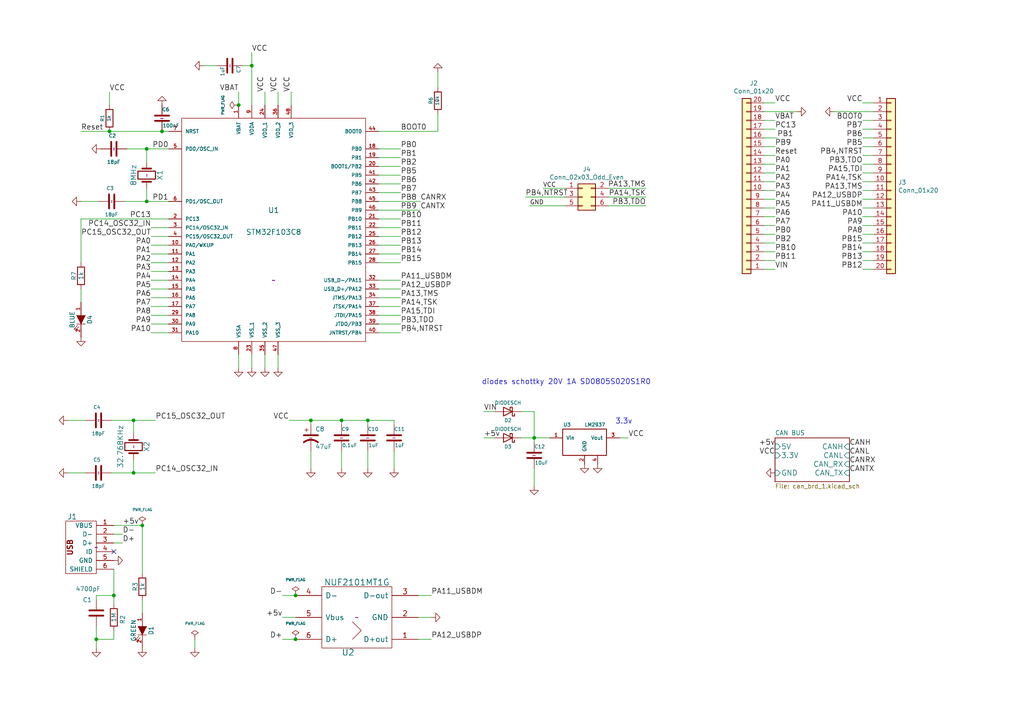
<source format=kicad_sch>
(kicad_sch (version 20230121) (generator eeschema)
  (paper "A4")
  (title_block (title "Maplemini fork") (date "8 jan 2015") (company "Art_Electro") (comment 1 "v1.2") (comment 2 "Art_Electro"))
  (lib_symbols
    (symbol "Connector_Generic:Conn_01x20" (pin_names (offset 1.016) hide)
      (property "Reference" "J" (at 0 25.4 0))
      (property "Value" "Conn_01x20" (at 0 -27.94 0))
      (symbol "Conn_01x20_1_1"
        (rectangle (start -1.27 -25.273) (end 0 -25.527) (stroke (width 0.1524)))
        (rectangle (start -1.27 -22.733) (end 0 -22.987) (stroke (width 0.1524)))
        (rectangle (start -1.27 -20.193) (end 0 -20.447) (stroke (width 0.1524)))
        (rectangle (start -1.27 -17.653) (end 0 -17.907) (stroke (width 0.1524)))
        (rectangle (start -1.27 -15.113) (end 0 -15.367) (stroke (width 0.1524)))
        (rectangle (start -1.27 -12.573) (end 0 -12.827) (stroke (width 0.1524)))
        (rectangle (start -1.27 -10.033) (end 0 -10.287) (stroke (width 0.1524)))
        (rectangle (start -1.27 -7.493) (end 0 -7.747) (stroke (width 0.1524)))
        (rectangle (start -1.27 -4.953) (end 0 -5.207) (stroke (width 0.1524)))
        (rectangle (start -1.27 -2.413) (end 0 -2.667) (stroke (width 0.1524)))
        (rectangle (start -1.27 0.127) (end 0 -0.127) (stroke (width 0.1524)))
        (rectangle (start -1.27 2.667) (end 0 2.413) (stroke (width 0.1524)))
        (rectangle (start -1.27 5.207) (end 0 4.953) (stroke (width 0.1524)))
        (rectangle (start -1.27 7.747) (end 0 7.493) (stroke (width 0.1524)))
        (rectangle (start -1.27 10.287) (end 0 10.033) (stroke (width 0.1524)))
        (rectangle (start -1.27 12.827) (end 0 12.573) (stroke (width 0.1524)))
        (rectangle (start -1.27 15.367) (end 0 15.113) (stroke (width 0.1524)))
        (rectangle (start -1.27 17.907) (end 0 17.653) (stroke (width 0.1524)))
        (rectangle (start -1.27 20.447) (end 0 20.193) (stroke (width 0.1524)))
        (rectangle (start -1.27 22.987) (end 0 22.733) (stroke (width 0.1524)))
        (rectangle (start -1.27 24.13) (end 1.27 -26.67) (stroke (width 0.254)) (fill (type background)))
        (pin passive line (at -5.08 22.86 0) (length 3.81) (name "Pin_1") (number "1"))
        (pin passive line (at -5.08 0 0) (length 3.81) (name "Pin_10") (number "10"))
        (pin passive line (at -5.08 -2.54 0) (length 3.81) (name "Pin_11") (number "11"))
        (pin passive line (at -5.08 -5.08 0) (length 3.81) (name "Pin_12") (number "12"))
        (pin passive line (at -5.08 -7.62 0) (length 3.81) (name "Pin_13") (number "13"))
        (pin passive line (at -5.08 -10.16 0) (length 3.81) (name "Pin_14") (number "14"))
        (pin passive line (at -5.08 -12.7 0) (length 3.81) (name "Pin_15") (number "15"))
        (pin passive line (at -5.08 -15.24 0) (length 3.81) (name "Pin_16") (number "16"))
        (pin passive line (at -5.08 -17.78 0) (length 3.81) (name "Pin_17") (number "17"))
        (pin passive line (at -5.08 -20.32 0) (length 3.81) (name "Pin_18") (number "18"))
        (pin passive line (at -5.08 -22.86 0) (length 3.81) (name "Pin_19") (number "19"))
        (pin passive line (at -5.08 20.32 0) (length 3.81) (name "Pin_2") (number "2"))
        (pin passive line (at -5.08 -25.4 0) (length 3.81) (name "Pin_20") (number "20"))
        (pin passive line (at -5.08 17.78 0) (length 3.81) (name "Pin_3") (number "3"))
        (pin passive line (at -5.08 15.24 0) (length 3.81) (name "Pin_4") (number "4"))
        (pin passive line (at -5.08 12.7 0) (length 3.81) (name "Pin_5") (number "5"))
        (pin passive line (at -5.08 10.16 0) (length 3.81) (name "Pin_6") (number "6"))
        (pin passive line (at -5.08 7.62 0) (length 3.81) (name "Pin_7") (number "7"))
        (pin passive line (at -5.08 5.08 0) (length 3.81) (name "Pin_8") (number "8"))
        (pin passive line (at -5.08 2.54 0) (length 3.81) (name "Pin_9") (number "9"))
      )
    )
    (symbol "Connector_Generic:Conn_02x03_Odd_Even" (pin_names (offset 1.016) hide)
      (property "Reference" "J" (at 1.27 5.08 0))
      (property "Value" "Conn_02x03_Odd_Even" (at 1.27 -5.08 0))
      (symbol "Conn_02x03_Odd_Even_1_1"
        (rectangle (start -1.27 -2.413) (end 0 -2.667) (stroke (width 0.1524)))
        (rectangle (start -1.27 0.127) (end 0 -0.127) (stroke (width 0.1524)))
        (rectangle (start -1.27 2.667) (end 0 2.413) (stroke (width 0.1524)))
        (rectangle (start -1.27 3.81) (end 3.81 -3.81) (stroke (width 0.254)) (fill (type background)))
        (rectangle (start 3.81 -2.413) (end 2.54 -2.667) (stroke (width 0.1524)))
        (rectangle (start 3.81 0.127) (end 2.54 -0.127) (stroke (width 0.1524)))
        (rectangle (start 3.81 2.667) (end 2.54 2.413) (stroke (width 0.1524)))
        (pin passive line (at -5.08 2.54 0) (length 3.81) (name "Pin_1") (number "1"))
        (pin passive line (at 7.62 2.54 180) (length 3.81) (name "Pin_2") (number "2"))
        (pin passive line (at -5.08 0 0) (length 3.81) (name "Pin_3") (number "3"))
        (pin passive line (at 7.62 0 180) (length 3.81) (name "Pin_4") (number "4"))
        (pin passive line (at -5.08 -2.54 0) (length 3.81) (name "Pin_5") (number "5"))
        (pin passive line (at 7.62 -2.54 180) (length 3.81) (name "Pin_6") (number "6"))
      )
    )
    (symbol "Device:C" (pin_numbers hide) (pin_names (offset 0.254))
      (property "Reference" "C" (at 0.635 2.54 0))
      (property "Value" "C" (at 0.635 -2.54 0))
      (symbol "C_0_1"
        (polyline (pts (xy -2.032 -0.762) (xy 2.032 -0.762)) (stroke (width 0.508)))
        (polyline (pts (xy -2.032 0.762) (xy 2.032 0.762)) (stroke (width 0.508)))
      )
      (symbol "C_1_1"
        (pin passive line (at 0 3.81 270) (length 2.794) (name "~") (number "1"))
        (pin passive line (at 0 -3.81 90) (length 2.794) (name "~") (number "2"))
      )
    )
    (symbol "Device:CP1" (pin_numbers hide) (pin_names (offset 0.254) hide)
      (property "Reference" "C" (at 0.635 2.54 0))
      (property "Value" "CP1" (at 0.635 -2.54 0))
      (symbol "CP1_0_1"
        (polyline (pts (xy -2.032 0.762) (xy 2.032 0.762)) (stroke (width 0.508)))
        (polyline (pts (xy -1.778 2.286) (xy -0.762 2.286)))
        (polyline (pts (xy -1.27 1.778) (xy -1.27 2.794)))
        (arc (start 2.032 -1.27) (mid 0 -0.5572) (end -2.032 -1.27) (stroke (width 0.508)))
      )
      (symbol "CP1_1_1"
        (pin passive line (at 0 3.81 270) (length 2.794) (name "~") (number "1"))
        (pin passive line (at 0 -3.81 90) (length 3.302) (name "~") (number "2"))
      )
    )
    (symbol "Device:Crystal" (pin_numbers hide) (pin_names (offset 1.016) hide)
      (property "Reference" "Y" (at 0 3.81 0))
      (property "Value" "Crystal" (at 0 -3.81 0))
      (symbol "Crystal_0_1"
        (rectangle (start -1.143 2.54) (end 1.143 -2.54) (stroke (width 0.3048)))
        (polyline (pts (xy -2.54 0) (xy -1.905 0)))
        (polyline (pts (xy -1.905 -1.27) (xy -1.905 1.27)) (stroke (width 0.508)))
        (polyline (pts (xy 1.905 -1.27) (xy 1.905 1.27)) (stroke (width 0.508)))
        (polyline (pts (xy 2.54 0) (xy 1.905 0)))
      )
      (symbol "Crystal_1_1"
        (pin passive line (at -3.81 0 0) (length 1.27) (name "1") (number "1"))
        (pin passive line (at 3.81 0 180) (length 1.27) (name "2") (number "2"))
      )
    )
    (symbol "Device:D_Schottky" (pin_numbers hide) (pin_names (offset 1.016) hide)
      (property "Reference" "D" (at 0 2.54 0))
      (property "Value" "D_Schottky" (at 0 -2.54 0))
      (symbol "D_Schottky_0_1"
        (polyline (pts (xy 1.27 0) (xy -1.27 0)))
        (polyline (pts (xy 1.27 1.27) (xy 1.27 -1.27) (xy -1.27 0) (xy 1.27 1.27)) (stroke (width 0.254)))
        (polyline (pts (xy -1.905 0.635) (xy -1.905 1.27) (xy -1.27 1.27) (xy -1.27 -1.27) (xy -0.635 -1.27) (xy -0.635 -0.635)) (stroke (width 0.254)))
      )
      (symbol "D_Schottky_1_1"
        (pin passive line (at -3.81 0 0) (length 2.54) (name "K") (number "1"))
        (pin passive line (at 3.81 0 180) (length 2.54) (name "A") (number "2"))
      )
    )
    (symbol "Device:R" (pin_numbers hide) (pin_names (offset 0))
      (property "Reference" "R" (at 2.032 0 90))
      (property "Value" "R" (at 0 0 90))
      (symbol "R_0_1"
        (rectangle (start -1.016 -2.54) (end 1.016 2.54) (stroke (width 0.254)))
      )
      (symbol "R_1_1"
        (pin passive line (at 0 3.81 270) (length 1.27) (name "~") (number "1"))
        (pin passive line (at 0 -3.81 90) (length 1.27) (name "~") (number "2"))
      )
    )
    (symbol "mini48-stm32-rescue:LED_0805-art-electro-conn" (pin_names (offset 1.016) hide)
      (property "Reference" "D" (at 0 2.54 0))
      (property "Value" "LED_0805-art-electro-conn" (at 0 -2.54 0))
      (symbol "LED_0805-art-electro-conn_0_1"
        (polyline (pts (xy 1.27 1.27) (xy 1.27 -1.27)))
        (polyline (pts (xy -1.27 1.27) (xy 1.27 0) (xy -1.27 -1.27)) (fill (type outline)))
        (polyline (pts (xy 1.651 -1.016) (xy 2.794 -2.032) (xy 2.667 -1.397)))
        (polyline (pts (xy 2.032 -0.635) (xy 3.175 -1.651) (xy 3.048 -1.016)))
      )
      (symbol "LED_0805-art-electro-conn_1_1"
        (pin passive line (at -5.08 0 0) (length 3.81) (name "A") (number "1"))
        (pin passive line (at 5.08 0 180) (length 3.81) (name "K") (number "2"))
      )
    )
    (symbol "mini48-stm32-rescue:LM2937-art-electro-power" (pin_names (offset 1.016))
      (property "Reference" "U" (at -5.08 5.08 0))
      (property "Value" "LM2937-art-electro-power" (at 0 5.08 0))
      (symbol "LM2937-art-electro-power_0_1"
        (rectangle (start -6.35 3.81) (end 6.35 -3.81) (stroke (width 0.254)))
      )
      (symbol "LM2937-art-electro-power_1_1"
        (pin passive line (at -10.16 1.27 0) (length 3.81) (name "Vin") (number "1"))
        (pin passive line (at 0 -6.35 90) (length 2.54) (name "GND") (number "2"))
        (pin power_out line (at 10.16 1.27 180) (length 3.81) (name "Vout") (number "3"))
        (pin passive line (at 3.81 -6.35 90) (length 2.54) (name "~") (number "4"))
      )
    )
    (symbol "mini48-stm32-rescue:MINI-USB-art-electro-conn" (pin_names (offset 1.016))
      (property "Reference" "J" (at -6.985 8.89 0))
      (symbol "MINI-USB-art-electro-conn_0_0"
        (text "USB" (at -7.62 0 900) (effects (font (size 1.524 1.524) bold)))
      )
      (symbol "MINI-USB-art-electro-conn_0_1"
        (rectangle (start -8.89 7.62) (end 0 -7.62))
      )
      (symbol "MINI-USB-art-electro-conn_1_1"
        (pin input line (at 5.08 6.35 180) (length 5.08) (name "VBUS") (number "1"))
        (pin input line (at 5.08 3.81 180) (length 5.08) (name "D-") (number "2"))
        (pin input line (at 5.08 1.27 180) (length 5.08) (name "D+") (number "3"))
        (pin input line (at 5.08 -1.27 180) (length 5.08) (name "ID") (number "4"))
        (pin input line (at 5.08 -3.81 180) (length 5.08) (name "GND") (number "5"))
        (pin input line (at 5.08 -6.35 180) (length 5.08) (name "SHIELD") (number "6"))
      )
    )
    (symbol "mini48-stm32-rescue:NUF2101MT1G-art-electro-ic" (pin_names (offset 1.016))
      (property "Reference" "U" (at 2.54 10.16 0))
      (property "Value" "NUF2101MT1G-art-electro-ic" (at 0 -10.16 0))
      (symbol "NUF2101MT1G-art-electro-ic_0_1"
        (rectangle (start -10.16 -8.89) (end 10.16 8.89))
        (polyline (pts (xy 1.27 6.35) (xy -1.27 3.81) (xy 1.27 1.27)))
      )
      (symbol "NUF2101MT1G-art-electro-ic_1_1"
        (pin output line (at -17.78 6.35 0) (length 7.62) (name "D+out") (number "1"))
        (pin power_in line (at -17.78 0 0) (length 7.62) (name "GND") (number "2"))
        (pin output line (at -17.78 -6.35 0) (length 7.62) (name "D-out") (number "3"))
        (pin input line (at 17.78 -6.35 180) (length 7.62) (name "D-") (number "4"))
        (pin power_in line (at 17.78 0 180) (length 7.62) (name "Vbus") (number "5"))
        (pin input line (at 17.78 6.35 180) (length 7.62) (name "D+") (number "6"))
      )
    )
    (symbol "mini48-stm32-rescue:STM32F103C8-art-electro-stm32" (pin_names (offset 1.016))
      (property "Reference" "U" (at 0 6.35 0))
      (property "Value" "STM32F103C8-art-electro-stm32" (at 0 0 0))
      (property "Footprint" "LQFP48" (at 0 -3.81 0))
      (symbol "STM32F103C8-art-electro-stm32_0_1"
        (rectangle (start -26.67 33.02) (end 26.67 -31.75))
      )
      (symbol "STM32F103C8-art-electro-stm32_1_1"
        (pin power_in line (at -10.16 36.83 270) (length 3.81) (name "VBAT") (number "1"))
        (pin bidirectional line (at -30.48 -3.81 0) (length 3.81) (name "PA0/WKUP") (number "10"))
        (pin bidirectional line (at -30.48 -6.35 0) (length 3.81) (name "PA1") (number "11"))
        (pin bidirectional line (at -30.48 -8.89 0) (length 3.81) (name "PA2") (number "12"))
        (pin bidirectional line (at -30.48 -11.43 0) (length 3.81) (name "PA3") (number "13"))
        (pin bidirectional line (at -30.48 -13.97 0) (length 3.81) (name "PA4") (number "14"))
        (pin bidirectional line (at -30.48 -16.51 0) (length 3.81) (name "PA5") (number "15"))
        (pin bidirectional line (at -30.48 -19.05 0) (length 3.81) (name "PA6") (number "16"))
        (pin bidirectional line (at -30.48 -21.59 0) (length 3.81) (name "PA7") (number "17"))
        (pin bidirectional line (at 30.48 24.13 180) (length 3.81) (name "PB0") (number "18"))
        (pin bidirectional line (at 30.48 21.59 180) (length 3.81) (name "PB1") (number "19"))
        (pin bidirectional line (at -30.48 3.81 0) (length 3.81) (name "PC13") (number "2"))
        (pin bidirectional line (at 30.48 19.05 180) (length 3.81) (name "BOOT1/PB2") (number "20"))
        (pin bidirectional line (at 30.48 3.81 180) (length 3.81) (name "PB10") (number "21"))
        (pin bidirectional line (at 30.48 1.27 180) (length 3.81) (name "PB11") (number "22"))
        (pin power_in line (at -6.35 -35.56 90) (length 3.81) (name "VSS_1") (number "23"))
        (pin power_in line (at -2.54 36.83 270) (length 3.81) (name "VDD_1") (number "24"))
        (pin bidirectional line (at 30.48 -1.27 180) (length 3.81) (name "PB12") (number "25"))
        (pin bidirectional line (at 30.48 -3.81 180) (length 3.81) (name "PB13") (number "26"))
        (pin bidirectional line (at 30.48 -6.35 180) (length 3.81) (name "PB14") (number "27"))
        (pin bidirectional line (at 30.48 -8.89 180) (length 3.81) (name "PB15") (number "28"))
        (pin bidirectional line (at -30.48 -24.13 0) (length 3.81) (name "PA8") (number "29"))
        (pin bidirectional line (at -30.48 1.27 0) (length 3.81) (name "PC14/OSC32_IN") (number "3"))
        (pin bidirectional line (at -30.48 -26.67 0) (length 3.81) (name "PA9") (number "30"))
        (pin bidirectional line (at -30.48 -29.21 0) (length 3.81) (name "PA10") (number "31"))
        (pin bidirectional line (at 30.48 -13.97 180) (length 3.81) (name "USB_D-/PA11") (number "32"))
        (pin bidirectional line (at 30.48 -16.51 180) (length 3.81) (name "USB_D+/PA12") (number "33"))
        (pin bidirectional line (at 30.48 -19.05 180) (length 3.81) (name "JTMS/PA13") (number "34"))
        (pin power_in line (at -2.54 -35.56 90) (length 3.81) (name "VSS_2") (number "35"))
        (pin power_in line (at 1.27 36.83 270) (length 3.81) (name "VDD_2") (number "36"))
        (pin bidirectional line (at 30.48 -21.59 180) (length 3.81) (name "JTSK/PA14") (number "37"))
        (pin bidirectional line (at 30.48 -24.13 180) (length 3.81) (name "JTDI/PA15") (number "38"))
        (pin bidirectional line (at 30.48 -26.67 180) (length 3.81) (name "JTDO/PB3") (number "39"))
        (pin bidirectional line (at -30.48 -1.27 0) (length 3.81) (name "PC15/OSC32_OUT") (number "4"))
        (pin bidirectional line (at 30.48 -29.21 180) (length 3.81) (name "JNTRST/PB4") (number "40"))
        (pin bidirectional line (at 30.48 16.51 180) (length 3.81) (name "PB5") (number "41"))
        (pin bidirectional line (at 30.48 13.97 180) (length 3.81) (name "PB6") (number "42"))
        (pin bidirectional line (at 30.48 11.43 180) (length 3.81) (name "PB7") (number "43"))
        (pin bidirectional line (at 30.48 29.21 180) (length 3.81) (name "BOOT0") (number "44"))
        (pin bidirectional line (at 30.48 8.89 180) (length 3.81) (name "PB8") (number "45"))
        (pin bidirectional line (at 30.48 6.35 180) (length 3.81) (name "PB9") (number "46"))
        (pin power_in line (at 1.27 -35.56 90) (length 3.81) (name "VSS_3") (number "47"))
        (pin power_in line (at 5.08 36.83 270) (length 3.81) (name "VDD_3") (number "48"))
        (pin bidirectional line (at -30.48 24.13 0) (length 3.81) (name "PD0/OSC_IN") (number "5"))
        (pin bidirectional line (at -30.48 8.89 0) (length 3.81) (name "PD1/OSC_OUT") (number "6"))
        (pin input line (at -30.48 29.21 0) (length 3.81) (name "NRST") (number "7"))
        (pin power_in line (at -10.16 -35.56 90) (length 3.81) (name "VSSA") (number "8"))
        (pin power_in line (at -6.35 36.83 270) (length 3.81) (name "VDDA") (number "9"))
      )
    )
    (symbol "power:GND" (power) (pin_names (offset 0))
      (property "Value" "GND" (at 0 -3.81 0))
      (symbol "GND_0_1"
        (polyline (pts (xy 0 0) (xy 0 -1.27) (xy 1.27 -1.27) (xy 0 -2.54) (xy -1.27 -1.27) (xy 0 -1.27)))
      )
      (symbol "GND_1_1"
        (pin power_in line (at 0 0 270) (length 0) hide (name "GND") (number "1"))
      )
    )
    (symbol "power:PWR_FLAG" (power) (pin_numbers hide) (pin_names (offset 0) hide)
      (property "Value" "PWR_FLAG" (at 0 3.81 0))
      (symbol "PWR_FLAG_0_0"
        (pin power_out line (at 0 0 90) (length 0) (name "pwr") (number "1"))
      )
      (symbol "PWR_FLAG_0_1"
        (polyline (pts (xy 0 0) (xy 0 1.27) (xy -1.016 1.905) (xy 0 2.54) (xy 1.016 1.905) (xy 0 1.27)))
      )
    )
  )
  (junction (at 99.06 121.92))
  (junction (at 38.735 137.16))
  (junction (at 27.94 185.42))
  (junction (at 46.99 38.1))
  (junction (at 31.75 38.1))
  (junction (at 42.545 43.18))
  (junction (at 38.735 121.92))
  (junction (at 33.02 172.72))
  (junction (at 85.725 172.72))
  (junction (at 69.215 30.48))
  (junction (at 154.94 127))
  (junction (at 41.275 152.4))
  (junction (at 90.17 121.92))
  (junction (at 85.725 185.42))
  (junction (at 73.025 19.05))
  (junction (at 106.68 121.92))
  (junction (at 42.545 58.42))
  (no_connect (at 33.02 160.02))
  (wire (pts (xy 27.94 181.61) (xy 27.94 185.42)))
  (wire (pts (xy 221.615 42.545) (xy 224.79 42.545)))
  (wire (pts (xy 253.365 75.565) (xy 250.19 75.565)))
  (wire (pts (xy 114.3 130.81) (xy 114.3 135.89)))
  (wire (pts (xy 27.94 185.42) (xy 27.94 187.96)))
  (wire (pts (xy 121.285 179.07) (xy 125.095 179.07)))
  (wire (pts (xy 253.365 52.705) (xy 250.19 52.705)))
  (wire (pts (xy 48.895 86.36) (xy 43.815 86.36)))
  (wire (pts (xy 69.215 30.48) (xy 69.215 26.67)))
  (wire (pts (xy 253.365 42.545) (xy 250.19 42.545)))
  (wire (pts (xy 32.385 137.16) (xy 38.735 137.16)))
  (wire (pts (xy 109.855 93.98) (xy 116.205 93.98)))
  (wire (pts (xy 151.13 119.38) (xy 154.94 119.38)))
  (wire (pts (xy 253.365 65.405) (xy 250.19 65.405)))
  (wire (pts (xy 109.855 83.82) (xy 116.205 83.82)))
  (wire (pts (xy 48.895 88.9) (xy 43.815 88.9)))
  (wire (pts (xy 253.365 57.785) (xy 250.19 57.785)))
  (wire (pts (xy 253.365 40.005) (xy 250.19 40.005)))
  (wire (pts (xy 46.99 38.1) (xy 48.895 38.1)))
  (wire (pts (xy 114.3 123.19) (xy 114.3 121.92)))
  (wire (pts (xy 109.855 71.12) (xy 116.205 71.12)))
  (wire (pts (xy 76.835 102.87) (xy 76.835 106.68)))
  (wire (pts (xy 106.68 123.19) (xy 106.68 121.92)))
  (wire (pts (xy 224.79 67.945) (xy 221.615 67.945)))
  (wire (pts (xy 253.365 67.945) (xy 250.19 67.945)))
  (wire (pts (xy 48.895 68.58) (xy 43.815 68.58)))
  (wire (pts (xy 33.02 172.72) (xy 33.02 165.1)))
  (wire (pts (xy 154.94 128.27) (xy 154.94 127)))
  (wire (pts (xy 221.615 32.385) (xy 231.14 32.385)))
  (wire (pts (xy 225.425 40.005) (xy 221.615 40.005)))
  (wire (pts (xy 48.895 83.82) (xy 43.815 83.82)))
  (wire (pts (xy 38.735 133.35) (xy 38.735 137.16)))
  (wire (pts (xy 31.75 26.67) (xy 31.75 30.48)))
  (wire (pts (xy 42.545 46.99) (xy 42.545 43.18)))
  (wire (pts (xy 253.365 55.245) (xy 250.19 55.245)))
  (wire (pts (xy 109.855 86.36) (xy 116.205 86.36)))
  (wire (pts (xy 85.725 179.07) (xy 81.915 179.07)))
  (wire (pts (xy 224.79 55.245) (xy 221.615 55.245)))
  (wire (pts (xy 83.82 121.92) (xy 90.17 121.92)))
  (wire (pts (xy 99.06 123.19) (xy 99.06 121.92)))
  (wire (pts (xy 85.725 185.42) (xy 81.915 185.42)))
  (wire (pts (xy 31.75 38.1) (xy 46.99 38.1)))
  (wire (pts (xy 224.79 47.625) (xy 221.615 47.625)))
  (wire (pts (xy 56.515 185.42) (xy 56.515 187.96)))
  (wire (pts (xy 33.02 152.4) (xy 41.275 152.4)))
  (wire (pts (xy 48.895 71.12) (xy 43.815 71.12)))
  (wire (pts (xy 109.855 81.28) (xy 116.205 81.28)))
  (wire (pts (xy 253.365 29.845) (xy 250.19 29.845)))
  (wire (pts (xy 69.215 102.87) (xy 69.215 106.68)))
  (wire (pts (xy 253.365 78.105) (xy 250.19 78.105)))
  (wire (pts (xy 48.895 73.66) (xy 43.815 73.66)))
  (wire (pts (xy 109.855 73.66) (xy 116.205 73.66)))
  (wire (pts (xy 179.705 127) (xy 182.245 127)))
  (wire (pts (xy 99.06 121.92) (xy 106.68 121.92)))
  (wire (pts (xy 109.855 38.1) (xy 127 38.1)))
  (wire (pts (xy 154.94 127) (xy 159.385 127)))
  (wire (pts (xy 109.855 96.52) (xy 116.205 96.52)))
  (wire (pts (xy 224.79 52.705) (xy 221.615 52.705)))
  (wire (pts (xy 48.895 43.18) (xy 42.545 43.18)))
  (wire (pts (xy 154.94 119.38) (xy 154.94 127)))
  (wire (pts (xy 99.06 130.81) (xy 99.06 135.89)))
  (wire (pts (xy 33.02 182.88) (xy 33.02 185.42)))
  (wire (pts (xy 127 20.955) (xy 127 25.4)))
  (wire (pts (xy 253.365 32.385) (xy 241.935 32.385)))
  (wire (pts (xy 38.735 137.16) (xy 45.085 137.16)))
  (wire (pts (xy 253.365 60.325) (xy 250.19 60.325)))
  (wire (pts (xy 151.13 127) (xy 154.94 127)))
  (wire (pts (xy 27.94 172.72) (xy 33.02 172.72)))
  (wire (pts (xy 253.365 34.925) (xy 250.19 34.925)))
  (wire (pts (xy 109.855 66.04) (xy 116.205 66.04)))
  (wire (pts (xy 59.055 19.05) (xy 62.865 19.05)))
  (wire (pts (xy 80.645 102.87) (xy 80.645 106.68)))
  (wire (pts (xy 224.79 73.025) (xy 221.615 73.025)))
  (wire (pts (xy 90.17 121.92) (xy 99.06 121.92)))
  (wire (pts (xy 73.025 19.05) (xy 73.025 30.48)))
  (wire (pts (xy 106.68 121.92) (xy 114.3 121.92)))
  (wire (pts (xy 224.79 70.485) (xy 221.615 70.485)))
  (wire (pts (xy 80.645 30.48) (xy 80.645 26.67)))
  (wire (pts (xy 70.485 19.05) (xy 73.025 19.05)))
  (wire (pts (xy 163.83 54.61) (xy 157.48 54.61)))
  (wire (pts (xy 73.025 15.24) (xy 73.025 19.05)))
  (wire (pts (xy 90.17 130.81) (xy 90.17 135.89)))
  (wire (pts (xy 48.895 96.52) (xy 43.815 96.52)))
  (wire (pts (xy 36.195 58.42) (xy 42.545 58.42)))
  (wire (pts (xy 41.275 173.99) (xy 41.275 177.8)))
  (wire (pts (xy 23.495 63.5) (xy 23.495 76.2)))
  (wire (pts (xy 109.855 68.58) (xy 116.205 68.58)))
  (wire (pts (xy 23.495 83.82) (xy 23.495 87.63)))
  (wire (pts (xy 109.855 76.2) (xy 116.205 76.2)))
  (wire (pts (xy 224.79 75.565) (xy 221.615 75.565)))
  (wire (pts (xy 33.02 157.48) (xy 35.56 157.48)))
  (wire (pts (xy 253.365 37.465) (xy 250.19 37.465)))
  (wire (pts (xy 81.915 172.72) (xy 85.725 172.72)))
  (wire (pts (xy 224.79 37.465) (xy 221.615 37.465)))
  (wire (pts (xy 109.855 63.5) (xy 116.205 63.5)))
  (wire (pts (xy 253.365 73.025) (xy 250.19 73.025)))
  (wire (pts (xy 224.79 50.165) (xy 221.615 50.165)))
  (wire (pts (xy 109.855 50.8) (xy 116.205 50.8)))
  (wire (pts (xy 253.365 62.865) (xy 250.19 62.865)))
  (wire (pts (xy 109.855 43.18) (xy 116.205 43.18)))
  (wire (pts (xy 42.545 58.42) (xy 48.895 58.42)))
  (wire (pts (xy 48.895 81.28) (xy 43.815 81.28)))
  (wire (pts (xy 38.735 121.92) (xy 45.085 121.92)))
  (wire (pts (xy 224.79 60.325) (xy 221.615 60.325)))
  (wire (pts (xy 106.68 130.81) (xy 106.68 135.89)))
  (wire (pts (xy 32.385 121.92) (xy 38.735 121.92)))
  (wire (pts (xy 84.455 30.48) (xy 84.455 26.67)))
  (wire (pts (xy 42.545 54.61) (xy 42.545 58.42)))
  (wire (pts (xy 109.855 45.72) (xy 116.205 45.72)))
  (wire (pts (xy 176.53 59.69) (xy 187.325 59.69)))
  (wire (pts (xy 109.855 53.34) (xy 116.205 53.34)))
  (wire (pts (xy 48.895 76.2) (xy 43.815 76.2)))
  (wire (pts (xy 42.545 43.18) (xy 36.83 43.18)))
  (wire (pts (xy 152.4 57.15) (xy 163.83 57.15)))
  (wire (pts (xy 127 33.02) (xy 127 38.1)))
  (wire (pts (xy 48.895 78.74) (xy 43.815 78.74)))
  (wire (pts (xy 154.94 135.89) (xy 154.94 140.97)))
  (wire (pts (xy 48.895 91.44) (xy 43.815 91.44)))
  (wire (pts (xy 76.835 30.48) (xy 76.835 26.67)))
  (wire (pts (xy 224.79 65.405) (xy 221.615 65.405)))
  (wire (pts (xy 140.335 119.38) (xy 143.51 119.38)))
  (wire (pts (xy 176.53 54.61) (xy 187.325 54.61)))
  (wire (pts (xy 48.895 63.5) (xy 23.495 63.5)))
  (wire (pts (xy 253.365 70.485) (xy 250.19 70.485)))
  (wire (pts (xy 23.495 58.42) (xy 28.575 58.42)))
  (wire (pts (xy 33.02 172.72) (xy 33.02 175.26)))
  (wire (pts (xy 224.79 45.085) (xy 221.615 45.085)))
  (wire (pts (xy 224.79 78.105) (xy 221.615 78.105)))
  (wire (pts (xy 90.17 123.19) (xy 90.17 121.92)))
  (wire (pts (xy 176.53 57.15) (xy 187.325 57.15)))
  (wire (pts (xy 109.855 88.9) (xy 116.205 88.9)))
  (wire (pts (xy 253.365 50.165) (xy 250.19 50.165)))
  (wire (pts (xy 109.855 91.44) (xy 116.205 91.44)))
  (wire (pts (xy 153.67 59.69) (xy 163.83 59.69)))
  (wire (pts (xy 73.025 102.87) (xy 73.025 106.68)))
  (wire (pts (xy 33.02 154.94) (xy 35.56 154.94)))
  (wire (pts (xy 140.335 127) (xy 143.51 127)))
  (wire (pts (xy 224.79 29.845) (xy 221.615 29.845)))
  (wire (pts (xy 38.735 125.73) (xy 38.735 121.92)))
  (wire (pts (xy 109.855 48.26) (xy 116.205 48.26)))
  (wire (pts (xy 121.285 185.42) (xy 125.095 185.42)))
  (wire (pts (xy 121.285 172.72) (xy 125.095 172.72)))
  (wire (pts (xy 121.92 58.42) (xy 109.855 58.42)))
  (wire (pts (xy 23.495 38.1) (xy 31.75 38.1)))
  (wire (pts (xy 48.895 66.04) (xy 43.815 66.04)))
  (wire (pts (xy 253.365 45.085) (xy 250.19 45.085)))
  (wire (pts (xy 48.895 93.98) (xy 43.815 93.98)))
  (wire (pts (xy 109.855 60.96) (xy 121.92 60.96)))
  (wire (pts (xy 109.855 55.88) (xy 116.205 55.88)))
  (wire (pts (xy 33.02 185.42) (xy 27.94 185.42)))
  (wire (pts (xy 19.685 137.16) (xy 24.765 137.16)))
  (wire (pts (xy 27.94 172.72) (xy 27.94 173.99)))
  (wire (pts (xy 224.79 62.865) (xy 221.615 62.865)))
  (wire (pts (xy 41.275 152.4) (xy 41.275 166.37)))
  (wire (pts (xy 221.615 34.925) (xy 224.79 34.925)))
  (wire (pts (xy 253.365 47.625) (xy 250.19 47.625)))
  (wire (pts (xy 19.685 121.92) (xy 24.765 121.92)))
  (wire (pts (xy 224.79 57.785) (xy 221.615 57.785)))
  (text "3.3v" (at 178.435 123.19 0) (effects (font (size 1.524 1.524)) (justify left bottom)))
  (text "diodes schottky 20V 1A SD0805S020S1R0" (at 139.7 111.76 0) (effects (font (size 1.524 1.524)) (justify left bottom)))
  (label "CANRX" (at 246.38 134.62 0) (effects (font (size 1.524 1.524))))
  (label "PA8" (at 43.815 91.44 180) (effects (font (size 1.524 1.524))))
  (label "PB13" (at 250.19 75.565 180) (effects (font (size 1.524 1.524))))
  (label "PB10" (at 116.205 63.5 0) (effects (font (size 1.524 1.524))))
  (label "PA9" (at 250.19 65.405 180) (effects (font (size 1.524 1.524))))
  (label "PA4" (at 224.79 57.785 0) (effects (font (size 1.524 1.524))))
  (label "VBAT" (at 69.215 26.67 180) (effects (font (size 1.524 1.524))))
  (label "PA2" (at 224.79 52.705 0) (effects (font (size 1.524 1.524))))
  (label "VCC" (at 76.835 26.67 90) (effects (font (size 1.524 1.524))))
  (label "PA7" (at 224.79 65.405 0) (effects (font (size 1.524 1.524))))
  (label "PB4,NTRST" (at 116.205 96.52 0) (effects (font (size 1.524 1.524))))
  (label "VCC" (at 83.82 121.92 180) (effects (font (size 1.524 1.524))))
  (label "PA13,TMS" (at 116.205 86.36 0) (effects (font (size 1.524 1.524))))
  (label "PA12_USBDP" (at 116.205 83.82 0) (effects (font (size 1.524 1.524))))
  (label "PA1" (at 224.79 50.165 0) (effects (font (size 1.524 1.524))))
  (label "VCC" (at 157.48 54.61 0))
  (label "PB15" (at 250.19 70.485 180) (effects (font (size 1.524 1.524))))
  (label "PB14" (at 116.205 73.66 0) (effects (font (size 1.524 1.524))))
  (label "PC15_OSC32_OUT" (at 43.815 68.58 180) (effects (font (size 1.524 1.524))))
  (label "CANH" (at 246.38 129.54 0) (effects (font (size 1.524 1.524))))
  (label "PB1" (at 225.425 40.005 0) (effects (font (size 1.524 1.524))))
  (label "PA14,TSK" (at 250.19 52.705 180) (effects (font (size 1.524 1.524))))
  (label "PA4" (at 43.815 81.28 180) (effects (font (size 1.524 1.524))))
  (label "PA11_USBDM" (at 125.095 172.72 0) (effects (font (size 1.524 1.524))))
  (label "Reset" (at 23.495 38.1 0) (effects (font (size 1.524 1.524))))
  (label "PA9" (at 43.815 93.98 180) (effects (font (size 1.524 1.524))))
  (label "PA11_USBDM" (at 116.205 81.28 0) (effects (font (size 1.524 1.524))))
  (label "PB9" (at 116.205 60.96 0) (effects (font (size 1.524 1.524))))
  (label "PB14" (at 250.19 73.025 180) (effects (font (size 1.524 1.524))))
  (label "PB1" (at 116.205 45.72 0) (effects (font (size 1.524 1.524))))
  (label "PA5" (at 43.815 83.82 180) (effects (font (size 1.524 1.524))))
  (label "VIN" (at 224.79 78.105 0) (effects (font (size 1.524 1.524))))
  (label "PA2" (at 43.815 76.2 180) (effects (font (size 1.524 1.524))))
  (label "VCC" (at 31.75 26.67 0) (effects (font (size 1.524 1.524))))
  (label "PA15,TDI" (at 116.205 91.44 0) (effects (font (size 1.524 1.524))))
  (label "PB11" (at 224.79 75.565 0) (effects (font (size 1.524 1.524))))
  (label "BOOT0" (at 116.205 38.1 0) (effects (font (size 1.524 1.524))))
  (label "PB10" (at 224.79 73.025 0) (effects (font (size 1.524 1.524))))
  (label "+5v" (at 140.335 127 0) (effects (font (size 1.524 1.524))))
  (label "VCC" (at 80.645 26.67 90) (effects (font (size 1.524 1.524))))
  (label "CANL" (at 246.38 132.08 0) (effects (font (size 1.524 1.524))))
  (label "VCC" (at 73.025 15.24 0) (effects (font (size 1.524 1.524))))
  (label "VCC" (at 182.245 127 0) (effects (font (size 1.524 1.524))))
  (label "PB6" (at 250.19 40.005 180) (effects (font (size 1.524 1.524))))
  (label "PA14,TSK" (at 187.325 57.15 180) (effects (font (size 1.524 1.524))))
  (label "PB5" (at 250.19 42.545 180) (effects (font (size 1.524 1.524))))
  (label "PB3,TDO" (at 116.205 93.98 0) (effects (font (size 1.524 1.524))))
  (label "PA7" (at 43.815 88.9 180) (effects (font (size 1.524 1.524))))
  (label "VBAT" (at 224.79 34.925 0) (effects (font (size 1.524 1.524))))
  (label "PB7" (at 250.19 37.465 180) (effects (font (size 1.524 1.524))))
  (label "PB2" (at 224.79 70.485 0) (effects (font (size 1.524 1.524))))
  (label "PA8" (at 250.19 67.945 180) (effects (font (size 1.524 1.524))))
  (label "PA0" (at 224.79 47.625 0) (effects (font (size 1.524 1.524))))
  (label "D-" (at 35.56 154.94 0) (effects (font (size 1.524 1.524))))
  (label "PA12_USBDP" (at 250.19 57.785 180) (effects (font (size 1.524 1.524))))
  (label "PB7" (at 116.205 55.88 0) (effects (font (size 1.524 1.524))))
  (label "CANRX" (at 121.92 58.42 0) (effects (font (size 1.524 1.524))))
  (label "PB0" (at 224.79 67.945 0) (effects (font (size 1.524 1.524))))
  (label "PB4,NTRST" (at 152.4 57.15 0) (effects (font (size 1.524 1.524))))
  (label "PC14_OSC32_IN" (at 45.085 137.16 0) (effects (font (size 1.524 1.524))))
  (label "CANTX" (at 121.92 60.96 0) (effects (font (size 1.524 1.524))))
  (label "PA15,TDI" (at 250.19 50.165 180) (effects (font (size 1.524 1.524))))
  (label "PA12_USBDP" (at 125.095 185.42 0) (effects (font (size 1.524 1.524))))
  (label "PB4,NTRST" (at 250.19 45.085 180) (effects (font (size 1.524 1.524))))
  (label "PA13,TMS" (at 250.19 55.245 180) (effects (font (size 1.524 1.524))))
  (label "PD1" (at 48.895 58.42 180) (effects (font (size 1.524 1.524))))
  (label "PD0" (at 48.895 43.18 180) (effects (font (size 1.524 1.524))))
  (label "+5v" (at 224.79 129.54 180) (effects (font (size 1.524 1.524))))
  (label "PB12" (at 116.205 68.58 0) (effects (font (size 1.524 1.524))))
  (label "PA10" (at 43.815 96.52 180) (effects (font (size 1.524 1.524))))
  (label "VCC" (at 250.19 29.845 180) (effects (font (size 1.524 1.524))))
  (label "VCC" (at 224.79 132.08 180) (effects (font (size 1.524 1.524))))
  (label "PB3,TDO" (at 187.325 59.69 180) (effects (font (size 1.524 1.524))))
  (label "CANTX" (at 246.38 137.16 0) (effects (font (size 1.524 1.524))))
  (label "Reset" (at 224.79 45.085 0) (effects (font (size 1.524 1.524))))
  (label "PA6" (at 224.79 62.865 0) (effects (font (size 1.524 1.524))))
  (label "GND" (at 153.67 59.69 0))
  (label "PA10" (at 250.19 62.865 180) (effects (font (size 1.524 1.524))))
  (label "PB8" (at 116.205 58.42 0) (effects (font (size 1.524 1.524))))
  (label "PB15" (at 116.205 76.2 0) (effects (font (size 1.524 1.524))))
  (label "PA3" (at 43.815 78.74 180) (effects (font (size 1.524 1.524))))
  (label "PA13,TMS" (at 187.325 54.61 180) (effects (font (size 1.524 1.524))))
  (label "PA0" (at 43.815 71.12 180) (effects (font (size 1.524 1.524))))
  (label "+5v" (at 81.915 179.07 180) (effects (font (size 1.524 1.524))))
  (label "PA1" (at 43.815 73.66 180) (effects (font (size 1.524 1.524))))
  (label "VIN" (at 140.335 119.38 0) (effects (font (size 1.524 1.524))))
  (label "VCC" (at 224.79 29.845 0) (effects (font (size 1.524 1.524))))
  (label "VCC" (at 84.455 26.67 90) (effects (font (size 1.524 1.524))))
  (label "PB5" (at 116.205 50.8 0) (effects (font (size 1.524 1.524))))
  (label "PB12" (at 250.19 78.105 180) (effects (font (size 1.524 1.524))))
  (label "D+" (at 35.56 157.48 0) (effects (font (size 1.524 1.524))))
  (label "PA14,TSK" (at 116.205 88.9 0) (effects (font (size 1.524 1.524))))
  (label "PC13" (at 224.79 37.465 0) (effects (font (size 1.524 1.524))))
  (label "PC14_OSC32_IN" (at 43.815 66.04 180) (effects (font (size 1.524 1.524))))
  (label "PA6" (at 43.815 86.36 180) (effects (font (size 1.524 1.524))))
  (label "PB11" (at 116.205 66.04 0) (effects (font (size 1.524 1.524))))
  (label "PA5" (at 224.79 60.325 0) (effects (font (size 1.524 1.524))))
  (label "PB6" (at 116.205 53.34 0) (effects (font (size 1.524 1.524))))
  (label "PB3,TDO" (at 250.19 47.625 180) (effects (font (size 1.524 1.524))))
  (label "D-" (at 81.915 172.72 180) (effects (font (size 1.524 1.524))))
  (label "PB0" (at 116.205 43.18 0) (effects (font (size 1.524 1.524))))
  (label "D+" (at 81.915 185.42 180) (effects (font (size 1.524 1.524))))
  (label "PB13" (at 116.205 71.12 0) (effects (font (size 1.524 1.524))))
  (label "PA3" (at 224.79 55.245 0) (effects (font (size 1.524 1.524))))
  (label "PB9" (at 224.79 42.545 0) (effects (font (size 1.524 1.524))))
  (label "PB2" (at 116.205 48.26 0) (effects (font (size 1.524 1.524))))
  (label "+5v" (at 35.56 152.4 0) (effects (font (size 1.524 1.524))))
  (label "PA11_USBDM" (at 250.19 60.325 180) (effects (font (size 1.524 1.524))))
  (label "PC15_OSC32_OUT" (at 45.085 121.92 0) (effects (font (size 1.524 1.524))))
  (label "PC13" (at 43.815 63.5 180) (effects (font (size 1.524 1.524))))
  (label "BOOT0" (at 250.19 34.925 180) (effects (font (size 1.524 1.524))))
  (symbol (lib_id "power:GND") (at 69.215 106.68 0) (unit 1)
    (property "Reference" "#PWR01" (effects hide))
    (property "Value" "GND" (effects hide))
  )
  (symbol (lib_id "Device:Crystal") (at 42.545 50.8 270) (unit 1)
    (property "Reference" "X1" (at 46.355 50.8 0) (effects (font (size 1.524 1.524))))
    (property "Value" "8MHz" (at 38.735 50.8 0) (effects (font (size 1.524 1.524))))
    (property "Footprint" "HC-49V" (effects hide))
    (property "Datasheet" "~" (at 42.545 50.8 0) (effects (font (size 1.524 1.524))))
  )
  (symbol (lib_id "Device:C") (at 33.02 43.18 90) (unit 1)
    (property "Reference" "C2" (at 33.655 39.37 90) (effects (font (size 1.016 1.016)) (justify left)))
    (property "Value" "18pF" (at 34.925 46.99 90) (effects (font (size 1.016 1.016)) (justify left)))
    (property "Footprint" "Capacitor_SMD:C_0805_2012Metric" (effects hide))
    (property "Datasheet" "~" (at 33.02 43.18 0) (effects (font (size 1.524 1.524))))
    (property "JLC PN" "C113825" (effects hide))
    (property "MPN" "CC0805JRNPO9BN180" (effects hide))
  )
  (symbol (lib_id "power:GND") (at 29.21 43.18 270) (unit 1)
    (property "Reference" "#PWR02" (effects hide))
    (property "Value" "GND" (effects hide))
  )
  (symbol (lib_id "Device:C") (at 66.675 19.05 270) (unit 1)
    (property "Reference" "C7" (at 69.215 19.05 0) (effects (font (size 1.016 1.016)) (justify left)))
    (property "Value" "1uF" (at 64.516 19.2024 0) (effects (font (size 1.016 1.016)) (justify left)))
    (property "Footprint" "Capacitor_SMD:C_0805_2012Metric" (effects hide))
    (property "Datasheet" "~" (at 66.675 19.05 0) (effects (font (size 1.524 1.524))))
    (property "JLC PN" "C106838" (effects hide))
    (property "MPN" "CC0805ZKY5V9BB105" (effects hide))
  )
  (symbol (lib_id "power:GND") (at 59.055 19.05 270) (unit 1)
    (property "Reference" "#PWR03" (effects hide))
    (property "Value" "GND" (effects hide))
  )
  (symbol (lib_id "Device:C") (at 32.385 58.42 90) (unit 1)
    (property "Reference" "C3" (at 33.02 54.61 90) (effects (font (size 1.016 1.016)) (justify left)))
    (property "Value" "18pF" (at 34.29 62.23 90) (effects (font (size 1.016 1.016)) (justify left)))
    (property "Footprint" "Capacitor_SMD:C_0805_2012Metric" (effects hide))
    (property "Datasheet" "~" (at 32.385 58.42 0) (effects (font (size 1.524 1.524))))
    (property "JLC PN" "C113825" (effects hide))
    (property "MPN" "CC0805JRNPO9BN180" (effects hide))
  )
  (symbol (lib_id "power:GND") (at 23.495 58.42 270) (unit 1)
    (property "Reference" "#PWR04" (effects hide))
    (property "Value" "GND" (effects hide))
  )
  (symbol (lib_id "Device:R") (at 31.75 34.29 180) (unit 1)
    (property "Reference" "R1" (at 29.718 34.29 90) (effects (font (size 1.016 1.016))))
    (property "Value" "1k" (at 31.5722 34.3154 90) (effects (font (size 1.016 1.016))))
    (property "Footprint" "Resistor_SMD:R_0805_2012Metric" (effects hide))
    (property "Datasheet" "~" (at 31.75 34.29 0) (effects (font (size 0.762 0.762))))
    (property "JLC PN" "C218388" (effects hide))
    (property "MPN" "ARG05FTC1001" (effects hide))
  )
  (symbol (lib_id "Device:C") (at 46.99 34.29 0) (unit 1)
    (property "Reference" "C6" (at 46.99 31.75 0) (effects (font (size 1.016 1.016)) (justify left)))
    (property "Value" "100nF" (at 47.1424 36.449 0) (effects (font (size 1.016 1.016)) (justify left)))
    (property "Footprint" "Capacitor_SMD:C_0805_2012Metric" (effects hide))
    (property "Datasheet" "~" (at 46.99 34.29 0) (effects (font (size 1.524 1.524))))
    (property "JLC PN" "C111492" (effects hide))
    (property "MPN" "CC0805JRX7R9BB104" (effects hide))
  )
  (symbol (lib_id "power:GND") (at 46.99 30.48 180) (unit 1)
    (property "Reference" "#PWR05" (effects hide))
    (property "Value" "GND" (effects hide))
  )
  (symbol (lib_id "power:GND") (at 73.025 106.68 0) (unit 1)
    (property "Reference" "#PWR06" (effects hide))
    (property "Value" "GND" (effects hide))
  )
  (symbol (lib_id "power:GND") (at 76.835 106.68 0) (unit 1)
    (property "Reference" "#PWR07" (effects hide))
    (property "Value" "GND" (effects hide))
  )
  (symbol (lib_id "power:GND") (at 80.645 106.68 0) (unit 1)
    (property "Reference" "#PWR08" (effects hide))
    (property "Value" "GND" (effects hide))
  )
  (symbol (lib_id "Device:CP1") (at 90.17 127 0) (unit 1)
    (property "Reference" "C8" (at 91.44 124.46 0) (effects (justify left)))
    (property "Value" "47uF" (at 91.44 129.54 0) (effects (justify left)))
    (property "Footprint" "Capacitor_SMD:CP_Elec_4x5.3" (effects hide))
    (property "Datasheet" "~" (at 90.17 127 0) (effects (font (size 1.524 1.524))))
    (property "JLC PN" "C124129" (effects hide))
    (property "MPN" "GRM21BR61A476ME15L" (effects hide))
  )
  (symbol (lib_id "Device:C") (at 99.06 127 0) (unit 1)
    (property "Reference" "C9" (at 99.06 124.46 0) (effects (font (size 1.016 1.016)) (justify left)))
    (property "Value" "0.1uF" (at 99.2124 129.159 0) (effects (font (size 1.016 1.016)) (justify left)))
    (property "Footprint" "Capacitor_SMD:C_0805_2012Metric" (effects hide))
    (property "Datasheet" "~" (at 99.06 127 0) (effects (font (size 1.524 1.524))))
    (property "JLC PN" "C111492" (effects hide))
    (property "MPN" "CC0805JRX7R9BB104" (effects hide))
  )
  (symbol (lib_id "Device:C") (at 106.68 127 0) (unit 1)
    (property "Reference" "C10" (at 106.68 124.46 0) (effects (font (size 1.016 1.016)) (justify left)))
    (property "Value" "1uF" (at 106.8324 129.159 0) (effects (font (size 1.016 1.016)) (justify left)))
    (property "Footprint" "Capacitor_SMD:C_0805_2012Metric" (effects hide))
    (property "Datasheet" "~" (at 106.68 127 0) (effects (font (size 1.524 1.524))))
    (property "JLC PN" "C106838" (effects hide))
    (property "MPN" "CC0805ZKY5V9BB105" (effects hide))
  )
  (symbol (lib_id "Device:C") (at 114.3 127 0) (unit 1)
    (property "Reference" "C11" (at 114.3 124.46 0) (effects (font (size 1.016 1.016)) (justify left)))
    (property "Value" "1uF" (at 114.4524 129.159 0) (effects (font (size 1.016 1.016)) (justify left)))
    (property "Footprint" "Capacitor_SMD:C_0805_2012Metric" (effects hide))
    (property "Datasheet" "~" (at 114.3 127 0) (effects (font (size 1.524 1.524))))
    (property "JLC PN" "C106838" (effects hide))
    (property "MPN" "CC0805ZKY5V9BB105" (effects hide))
  )
  (symbol (lib_id "power:GND") (at 90.17 135.89 0) (unit 1)
    (property "Reference" "#PWR09" (effects hide))
    (property "Value" "GND" (effects hide))
  )
  (symbol (lib_id "power:GND") (at 99.06 135.89 0) (unit 1)
    (property "Reference" "#PWR010" (effects hide))
    (property "Value" "GND" (effects hide))
  )
  (symbol (lib_id "power:GND") (at 106.68 135.89 0) (unit 1)
    (property "Reference" "#PWR011" (effects hide))
    (property "Value" "GND" (effects hide))
  )
  (symbol (lib_id "power:GND") (at 114.3 135.89 0) (unit 1)
    (property "Reference" "#PWR012" (effects hide))
    (property "Value" "GND" (effects hide))
  )
  (symbol (lib_id "mini48-stm32-rescue:STM32F103C8-art-electro-stm32") (at 79.375 67.31 0) (unit 1)
    (property "Reference" "U1" (at 79.375 60.96 0) (effects (font (size 1.524 1.524))))
    (property "Value" "STM32F103C8" (at 79.375 67.31 0) (effects (font (size 1.524 1.524))))
    (property "Footprint" "Package_QFP:LQFP-48_7x7mm_P0.5mm" (effects hide))
    (property "Datasheet" "~" (at 79.375 81.28 0) (effects (font (size 1.524 1.524))))
    (property "MPN" "STM32F103C8T6" (effects hide))
  )
  (symbol (lib_id "Device:Crystal") (at 38.735 129.54 270) (unit 1)
    (property "Reference" "X2" (at 42.545 129.54 0) (effects (font (size 1.524 1.524))))
    (property "Value" "32.768KHz" (at 34.925 129.54 0) (effects (font (size 1.524 1.524))))
    (property "Footprint" "MC-306" (effects hide))
    (property "Datasheet" "~" (at 38.735 129.54 0) (effects (font (size 1.524 1.524))))
  )
  (symbol (lib_id "Device:C") (at 28.575 121.92 90) (unit 1)
    (property "Reference" "C4" (at 29.21 118.11 90) (effects (font (size 1.016 1.016)) (justify left)))
    (property "Value" "18pF" (at 30.48 125.73 90) (effects (font (size 1.016 1.016)) (justify left)))
    (property "Footprint" "Capacitor_SMD:C_0805_2012Metric" (effects hide))
    (property "Datasheet" "~" (at 28.575 121.92 0) (effects (font (size 1.524 1.524))))
    (property "JLC PN" "C113825" (effects hide))
    (property "MPN" "CC0805JRNPO9BN180" (effects hide))
  )
  (symbol (lib_id "power:GND") (at 19.685 121.92 270) (unit 1)
    (property "Reference" "#PWR013" (effects hide))
    (property "Value" "GND" (effects hide))
  )
  (symbol (lib_id "Device:C") (at 28.575 137.16 90) (unit 1)
    (property "Reference" "C5" (at 29.21 133.35 90) (effects (font (size 1.016 1.016)) (justify left)))
    (property "Value" "18pF" (at 30.48 140.97 90) (effects (font (size 1.016 1.016)) (justify left)))
    (property "Footprint" "Capacitor_SMD:C_0805_2012Metric" (effects hide))
    (property "Datasheet" "~" (at 28.575 137.16 0) (effects (font (size 1.524 1.524))))
    (property "JLC PN" "C113825" (effects hide))
    (property "MPN" "CC0805JRNPO9BN180" (effects hide))
  )
  (symbol (lib_id "power:GND") (at 19.685 137.16 270) (unit 1)
    (property "Reference" "#PWR014" (effects hide))
    (property "Value" "GND" (effects hide))
  )
  (symbol (lib_id "Device:R") (at 127 29.21 0) (mirror y) (unit 1)
    (property "Reference" "R6" (at 124.968 29.21 90) (effects (font (size 1.016 1.016))))
    (property "Value" "10k" (at 126.8222 29.1846 90) (effects (font (size 1.016 1.016))))
    (property "Footprint" "Resistor_SMD:R_0805_2012Metric" (effects hide))
    (property "Datasheet" "~" (at 127 29.21 0) (effects (font (size 0.762 0.762))))
    (property "JLC PN" "C212284" (effects hide))
    (property "MPN" "RMS10FT1002" (effects hide))
  )
  (symbol (lib_id "power:GND") (at 127 20.955 0) (mirror x) (unit 1)
    (property "Reference" "#PWR015" (effects hide))
    (property "Value" "GND" (effects hide))
  )
  (symbol (lib_id "power:GND") (at 41.275 187.96 0) (unit 1)
    (property "Reference" "#PWR016" (effects hide))
    (property "Value" "GND" (effects hide))
  )
  (symbol (lib_id "Device:R") (at 41.275 170.18 0) (mirror y) (unit 1)
    (property "Reference" "R3" (at 39.243 170.18 90))
    (property "Value" "1k" (at 41.275 170.18 90))
    (property "Footprint" "Resistor_SMD:R_0805_2012Metric" (effects hide))
    (property "JLC PN" "C218388" (effects hide))
    (property "MPN" "ARG05FTC1001" (effects hide))
  )
  (symbol (lib_id "Device:C") (at 27.94 177.8 180) (unit 1)
    (property "Reference" "C1" (at 26.67 173.99 0) (effects (justify left)))
    (property "Value" "4700pF" (at 29.21 170.815 0) (effects (justify left)))
    (property "Footprint" "Capacitor_SMD:C_0805_2012Metric" (effects hide))
    (property "JLC PN" "C123621" (effects hide))
    (property "MPN" "0805B472K500CT" (effects hide))
  )
  (symbol (lib_id "Device:R") (at 33.02 179.07 0) (unit 1)
    (property "Reference" "R2" (at 35.56 179.705 90))
    (property "Value" "1M" (at 33.02 179.07 90))
    (property "Footprint" "Resistor_SMD:R_0805_2012Metric" (effects hide))
    (property "JLC PN" "C230655" (effects hide))
    (property "MPN" "ERJ6GEYJ105V" (effects hide))
  )
  (symbol (lib_id "power:GND") (at 33.02 162.56 90) (unit 1)
    (property "Reference" "#PWR017" (effects hide))
    (property "Value" "GND" (effects hide))
  )
  (symbol (lib_id "power:GND") (at 27.94 187.96 0) (unit 1)
    (property "Reference" "#PWR018" (effects hide))
    (property "Value" "GND" (effects hide))
  )
  (symbol (lib_id "mini48-stm32-rescue:LED_0805-art-electro-conn") (at 41.275 182.88 270) (unit 1)
    (property "Reference" "D1" (at 43.815 182.88 0))
    (property "Value" "GREEN" (at 38.735 182.88 0))
    (property "Footprint" "LED-0805_A" (effects hide))
    (property "JLC PN" "MHS171UGCT" (effects hide))
    (property "MPN" "C693904" (effects hide))
  )
  (symbol (lib_id "mini48-stm32-rescue:MINI-USB-art-electro-conn") (at 27.94 158.75 0) (unit 1)
    (property "Reference" "J1" (at 20.955 149.86 0) (effects (font (size 1.524 1.524))))
    (property "Value" "MINI-USB" (effects hide))
    (property "Footprint" "MINI-USB-5P-3400020P1" (effects hide))
    (property "Datasheet" "~" (at 27.94 158.75 0) (effects (font (size 1.524 1.524))))
  )
  (symbol (lib_id "power:GND") (at 23.495 97.79 0) (unit 1)
    (property "Reference" "#PWR019" (effects hide))
    (property "Value" "GND" (effects hide))
  )
  (symbol (lib_id "Device:R") (at 23.495 80.01 0) (mirror y) (unit 1)
    (property "Reference" "R7" (at 21.463 80.01 90))
    (property "Value" "1k" (at 23.495 80.01 90))
    (property "Footprint" "Resistor_SMD:R_0805_2012Metric" (effects hide))
    (property "JLC PN" "C218388" (effects hide))
    (property "MPN" "ARG05FTC1001" (effects hide))
  )
  (symbol (lib_id "mini48-stm32-rescue:LED_0805-art-electro-conn") (at 23.495 92.71 270) (unit 1)
    (property "Reference" "D4" (at 26.035 92.71 0))
    (property "Value" "BLUE" (at 20.955 92.71 0))
    (property "Footprint" "LED-0805_A" (effects hide))
    (property "JLC PN" "17-21/BHC-AP1Q2/3T" (effects hide))
    (property "MPN" "C99870" (effects hide))
  )
  (symbol (lib_id "power:PWR_FLAG") (at 41.275 152.4 0) (unit 1)
    (property "Reference" "#FLG020" (effects hide))
    (property "Value" "PWR_FLAG" (at 41.275 147.828 0) (effects (font (size 0.762 0.762))))
  )
  (symbol (lib_id "power:PWR_FLAG") (at 56.515 185.42 0) (unit 1)
    (property "Reference" "#FLG021" (effects hide))
    (property "Value" "PWR_FLAG" (at 56.515 180.848 0) (effects (font (size 0.762 0.762))))
  )
  (symbol (lib_id "power:GND") (at 56.515 187.96 0) (unit 1)
    (property "Reference" "#PWR022" (effects hide))
    (property "Value" "GND" (effects hide))
  )
  (symbol (lib_id "mini48-stm32-rescue:LM2937-art-electro-power") (at 169.545 128.27 0) (unit 1)
    (property "Reference" "U3" (at 164.465 123.19 0) (effects (font (size 1.016 1.016))))
    (property "Value" "LM2937" (at 169.545 123.19 0) (effects (font (size 1.016 1.016)) (justify left)))
    (property "Footprint" "Package_TO_SOT_SMD:SOT-223" (effects hide))
    (property "JLC PN" "C140265" (effects hide))
    (property "MPN" "LM2937IMP-3.3/NOPB" (effects hide))
  )
  (symbol (lib_id "power:GND") (at 169.545 134.62 0) (unit 1)
    (property "Reference" "#PWR023" (effects hide))
    (property "Value" "GND" (effects hide))
  )
  (symbol (lib_id "power:GND") (at 173.355 134.62 0) (unit 1)
    (property "Reference" "#PWR024" (effects hide))
    (property "Value" "GND" (effects hide))
  )
  (symbol (lib_id "Device:D_Schottky") (at 147.32 119.38 180) (unit 1)
    (property "Reference" "D2" (at 147.32 121.92 0) (effects (font (size 1.016 1.016))))
    (property "Value" "DIODESCH" (at 147.32 116.84 0) (effects (font (size 1.016 1.016))))
    (property "Footprint" "Diode_SMD:D_0805_2012Metric" (effects hide))
  )
  (symbol (lib_id "power:GND") (at 125.095 179.07 90) (unit 1)
    (property "Reference" "#PWR025" (effects hide))
    (property "Value" "GND" (effects hide))
  )
  (symbol (lib_id "Device:D_Schottky") (at 147.32 127 180) (unit 1)
    (property "Reference" "D3" (at 147.32 129.54 0) (effects (font (size 1.016 1.016))))
    (property "Value" "DIODESCH" (at 147.32 124.46 0) (effects (font (size 1.016 1.016))))
    (property "Footprint" "Diode_SMD:D_0805_2012Metric" (effects hide))
  )
  (symbol (lib_id "Device:C") (at 154.94 132.08 0) (unit 1)
    (property "Reference" "C12" (at 154.94 129.54 0) (effects (font (size 1.016 1.016)) (justify left)))
    (property "Value" "10uF" (at 155.0924 134.239 0) (effects (font (size 1.016 1.016)) (justify left)))
    (property "Footprint" "Capacitor_SMD:C_0805_2012Metric" (effects hide))
    (property "Datasheet" "~" (at 154.94 132.08 0) (effects (font (size 1.524 1.524))))
    (property "JLC PN" "C117956" (effects hide))
    (property "MPN" "GRM21BR71A106KA73L" (effects hide))
  )
  (symbol (lib_id "power:GND") (at 154.94 140.97 0) (unit 1)
    (property "Reference" "#PWR026" (effects hide))
    (property "Value" "GND" (effects hide))
  )
  (symbol (lib_id "power:GND") (at 241.935 32.385 270) (unit 1)
    (property "Reference" "#PWR027" (effects hide))
    (property "Value" "GND" (effects hide))
  )
  (symbol (lib_id "power:GND") (at 231.14 32.385 90) (unit 1)
    (property "Reference" "#PWR028" (effects hide))
    (property "Value" "GND" (effects hide))
  )
  (symbol (lib_id "mini48-stm32-rescue:NUF2101MT1G-art-electro-ic") (at 103.505 179.07 180) (unit 1)
    (property "Reference" "U2" (at 100.965 189.23 0) (effects (font (size 1.778 1.778))))
    (property "Value" "NUF2101MT1G" (at 103.505 168.91 0) (effects (font (size 1.778 1.778))))
    (property "Footprint" "Package_TO_SOT_SMD:SOT-23-6" (effects hide))
    (property "Datasheet" "~" (at 103.505 179.07 0) (effects (font (size 1.524 1.524))))
    (property "JLC PN" "C2827654" (effects hide))
    (property "MPN" "USBLC6-2SC6" (effects hide))
  )
  (symbol (lib_id "power:GND") (at 224.79 137.16 270) (unit 1)
    (property "Reference" "#PWR029" (effects hide))
    (property "Value" "GND" (effects hide))
  )
  (symbol (lib_id "power:PWR_FLAG") (at 69.215 30.48 90) (unit 1)
    (property "Reference" "#FLG030" (effects hide))
    (property "Value" "PWR_FLAG" (at 64.643 30.48 0) (effects (font (size 0.762 0.762))))
  )
  (symbol (lib_id "power:PWR_FLAG") (at 85.725 172.72 0) (unit 1)
    (property "Reference" "#FLG031" (effects hide))
    (property "Value" "PWR_FLAG" (at 85.725 168.148 0) (effects (font (size 0.762 0.762))))
  )
  (symbol (lib_id "power:PWR_FLAG") (at 85.725 185.42 0) (unit 1)
    (property "Reference" "#FLG032" (effects hide))
    (property "Value" "PWR_FLAG" (at 85.725 180.848 0) (effects (font (size 0.762 0.762))))
  )
  (symbol (lib_id "Connector_Generic:Conn_01x20") (at 216.535 55.245 180) (unit 1)
    (property "Reference" "J2" (at 218.6178 24.13 0))
    (property "Value" "Conn_01x20" (at 218.6178 26.4414 0))
    (property "Footprint" "mini48-stm32:PIN_ARRAY_20X1" (effects hide))
  )
  (symbol (lib_id "Connector_Generic:Conn_01x20") (at 258.445 52.705 0) (unit 1)
    (property "Reference" "J3" (at 260.477 52.9082 0) (effects (justify left)))
    (property "Value" "Conn_01x20" (at 260.477 55.2196 0) (effects (justify left)))
    (property "Footprint" "mini48-stm32:PIN_ARRAY_20X1" (effects hide))
  )
  (symbol (lib_id "Connector_Generic:Conn_02x03_Odd_Even") (at 168.91 57.15 0) (unit 1)
    (property "Reference" "J4" (at 170.18 49.0982 0))
    (property "Value" "Conn_02x03_Odd_Even" (at 170.18 51.4096 0))
    (property "Footprint" "Connector:Tag-Connect_TC2030-IDC-NL_2x03_P1.27mm_Vertical" (effects hide))
  )
  (sheet (at 224.79 127) (size 21.59 12.7)
    (property "Sheetname" "CAN BUS" (at 224.79 126.2884 0) (effects (justify left bottom)))
    (property "Sheetfile" "can_brd_1.kicad_sch" (at 224.79 140.2846 0) (effects (justify left top)))
    (pin "CANH" input (at 246.38 129.54 0) (effects (font (size 1.524 1.524))))
    (pin "CANL" input (at 246.38 132.08 0) (effects (font (size 1.524 1.524))))
    (pin "3.3V" input (at 224.79 132.08 180) (effects (font (size 1.524 1.524))))
    (pin "GND" input (at 224.79 137.16 180) (effects (font (size 1.524 1.524))))
    (pin "CAN_RX" input (at 246.38 134.62 0) (effects (font (size 1.524 1.524))))
    (pin "CAN_TX" input (at 246.38 137.16 0) (effects (font (size 1.524 1.524))))
    (pin "5V" input (at 224.79 129.54 180) (effects (font (size 1.524 1.524))))
  )
)
</source>
